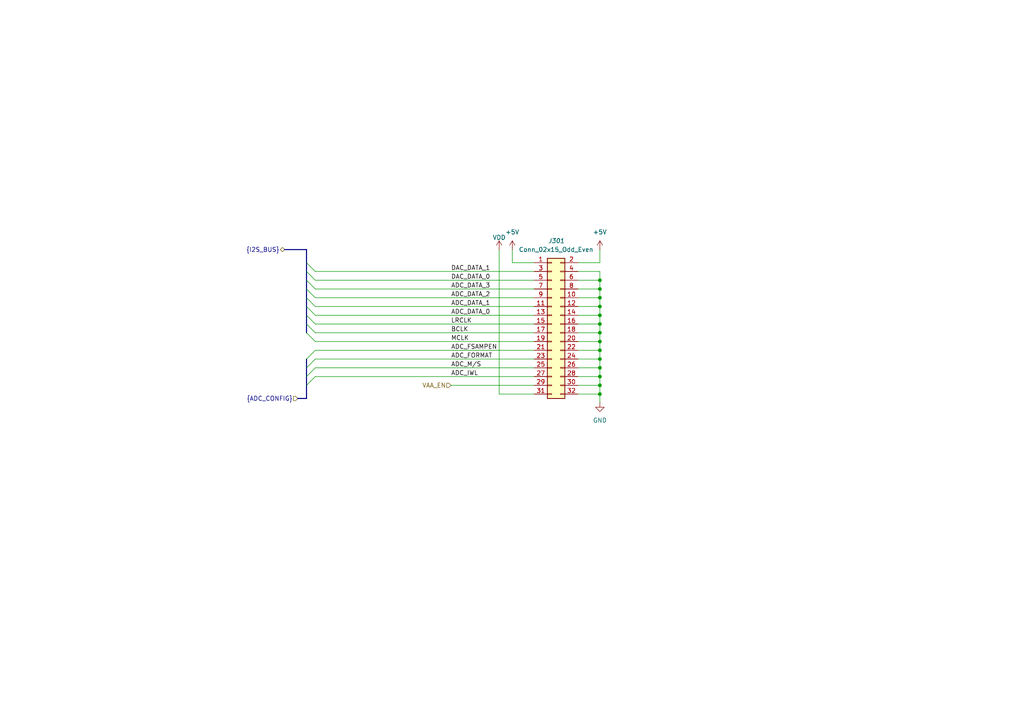
<source format=kicad_sch>
(kicad_sch (version 20231120) (generator "eeschema") (generator_version "8.0")
  (paper "A4")
  (lib_symbols
    (symbol "Connector_Generic:Conn_02x16_Odd_Even" (pin_names (offset 1.016) hide)
      (property "Reference" "J" (at 1.27 20.32 0))
      (property "Value" "Conn_02x16_Odd_Even" (at 1.27 -22.86 0))
      (symbol "Conn_02x16_Odd_Even_1_1"
        (rectangle (start -1.27 -20.193) (end 0 -20.447) (stroke (width 0.1524)))
        (rectangle (start -1.27 -17.653) (end 0 -17.907) (stroke (width 0.1524)))
        (rectangle (start -1.27 -15.113) (end 0 -15.367) (stroke (width 0.1524)))
        (rectangle (start -1.27 -12.573) (end 0 -12.827) (stroke (width 0.1524)))
        (rectangle (start -1.27 -10.033) (end 0 -10.287) (stroke (width 0.1524)))
        (rectangle (start -1.27 -7.493) (end 0 -7.747) (stroke (width 0.1524)))
        (rectangle (start -1.27 -4.953) (end 0 -5.207) (stroke (width 0.1524)))
        (rectangle (start -1.27 -2.413) (end 0 -2.667) (stroke (width 0.1524)))
        (rectangle (start -1.27 0.127) (end 0 -0.127) (stroke (width 0.1524)))
        (rectangle (start -1.27 2.667) (end 0 2.413) (stroke (width 0.1524)))
        (rectangle (start -1.27 5.207) (end 0 4.953) (stroke (width 0.1524)))
        (rectangle (start -1.27 7.747) (end 0 7.493) (stroke (width 0.1524)))
        (rectangle (start -1.27 10.287) (end 0 10.033) (stroke (width 0.1524)))
        (rectangle (start -1.27 12.827) (end 0 12.573) (stroke (width 0.1524)))
        (rectangle (start -1.27 15.367) (end 0 15.113) (stroke (width 0.1524)))
        (rectangle (start -1.27 17.907) (end 0 17.653) (stroke (width 0.1524)))
        (rectangle (start -1.27 19.05) (end 3.81 -21.59) (stroke (width 0.254)) (fill (type background)))
        (rectangle (start 3.81 -20.193) (end 2.54 -20.447) (stroke (width 0.1524)))
        (rectangle (start 3.81 -17.653) (end 2.54 -17.907) (stroke (width 0.1524)))
        (rectangle (start 3.81 -15.113) (end 2.54 -15.367) (stroke (width 0.1524)))
        (rectangle (start 3.81 -12.573) (end 2.54 -12.827) (stroke (width 0.1524)))
        (rectangle (start 3.81 -10.033) (end 2.54 -10.287) (stroke (width 0.1524)))
        (rectangle (start 3.81 -7.493) (end 2.54 -7.747) (stroke (width 0.1524)))
        (rectangle (start 3.81 -4.953) (end 2.54 -5.207) (stroke (width 0.1524)))
        (rectangle (start 3.81 -2.413) (end 2.54 -2.667) (stroke (width 0.1524)))
        (rectangle (start 3.81 0.127) (end 2.54 -0.127) (stroke (width 0.1524)))
        (rectangle (start 3.81 2.667) (end 2.54 2.413) (stroke (width 0.1524)))
        (rectangle (start 3.81 5.207) (end 2.54 4.953) (stroke (width 0.1524)))
        (rectangle (start 3.81 7.747) (end 2.54 7.493) (stroke (width 0.1524)))
        (rectangle (start 3.81 10.287) (end 2.54 10.033) (stroke (width 0.1524)))
        (rectangle (start 3.81 12.827) (end 2.54 12.573) (stroke (width 0.1524)))
        (rectangle (start 3.81 15.367) (end 2.54 15.113) (stroke (width 0.1524)))
        (rectangle (start 3.81 17.907) (end 2.54 17.653) (stroke (width 0.1524)))
        (pin passive line (at -5.08 17.78 0) (length 3.81) (name "Pin_1") (number "1"))
        (pin passive line (at 7.62 7.62 180) (length 3.81) (name "Pin_10") (number "10"))
        (pin passive line (at -5.08 5.08 0) (length 3.81) (name "Pin_11") (number "11"))
        (pin passive line (at 7.62 5.08 180) (length 3.81) (name "Pin_12") (number "12"))
        (pin passive line (at -5.08 2.54 0) (length 3.81) (name "Pin_13") (number "13"))
        (pin passive line (at 7.62 2.54 180) (length 3.81) (name "Pin_14") (number "14"))
        (pin passive line (at -5.08 0 0) (length 3.81) (name "Pin_15") (number "15"))
        (pin passive line (at 7.62 0 180) (length 3.81) (name "Pin_16") (number "16"))
        (pin passive line (at -5.08 -2.54 0) (length 3.81) (name "Pin_17") (number "17"))
        (pin passive line (at 7.62 -2.54 180) (length 3.81) (name "Pin_18") (number "18"))
        (pin passive line (at -5.08 -5.08 0) (length 3.81) (name "Pin_19") (number "19"))
        (pin passive line (at 7.62 17.78 180) (length 3.81) (name "Pin_2") (number "2"))
        (pin passive line (at 7.62 -5.08 180) (length 3.81) (name "Pin_20") (number "20"))
        (pin passive line (at -5.08 -7.62 0) (length 3.81) (name "Pin_21") (number "21"))
        (pin passive line (at 7.62 -7.62 180) (length 3.81) (name "Pin_22") (number "22"))
        (pin passive line (at -5.08 -10.16 0) (length 3.81) (name "Pin_23") (number "23"))
        (pin passive line (at 7.62 -10.16 180) (length 3.81) (name "Pin_24") (number "24"))
        (pin passive line (at -5.08 -12.7 0) (length 3.81) (name "Pin_25") (number "25"))
        (pin passive line (at 7.62 -12.7 180) (length 3.81) (name "Pin_26") (number "26"))
        (pin passive line (at -5.08 -15.24 0) (length 3.81) (name "Pin_27") (number "27"))
        (pin passive line (at 7.62 -15.24 180) (length 3.81) (name "Pin_28") (number "28"))
        (pin passive line (at -5.08 -17.78 0) (length 3.81) (name "Pin_29") (number "29"))
        (pin passive line (at -5.08 15.24 0) (length 3.81) (name "Pin_3") (number "3"))
        (pin passive line (at 7.62 -17.78 180) (length 3.81) (name "Pin_30") (number "30"))
        (pin passive line (at -5.08 -20.32 0) (length 3.81) (name "Pin_31") (number "31"))
        (pin passive line (at 7.62 -20.32 180) (length 3.81) (name "Pin_32") (number "32"))
        (pin passive line (at 7.62 15.24 180) (length 3.81) (name "Pin_4") (number "4"))
        (pin passive line (at -5.08 12.7 0) (length 3.81) (name "Pin_5") (number "5"))
        (pin passive line (at 7.62 12.7 180) (length 3.81) (name "Pin_6") (number "6"))
        (pin passive line (at -5.08 10.16 0) (length 3.81) (name "Pin_7") (number "7"))
        (pin passive line (at 7.62 10.16 180) (length 3.81) (name "Pin_8") (number "8"))
        (pin passive line (at -5.08 7.62 0) (length 3.81) (name "Pin_9") (number "9"))
      )
    )
    (symbol "power:+5V" (power) (pin_numbers hide) (pin_names (offset 0) hide)
      (property "Value" "+5V" (at 0 3.556 0))
      (symbol "+5V_0_1"
        (polyline (pts (xy -0.762 1.27) (xy 0 2.54)))
        (polyline (pts (xy 0 0) (xy 0 2.54)))
        (polyline (pts (xy 0 2.54) (xy 0.762 1.27)))
      )
      (symbol "+5V_1_1"
        (pin power_in line (at 0 0 90) (length 0) (name "~") (number "1"))
      )
    )
    (symbol "power:GND" (power) (pin_numbers hide) (pin_names (offset 0) hide)
      (property "Value" "GND" (at 0 -3.81 0))
      (symbol "GND_0_1"
        (polyline (pts (xy 0 0) (xy 0 -1.27) (xy 1.27 -1.27) (xy 0 -2.54) (xy -1.27 -1.27) (xy 0 -1.27)))
      )
      (symbol "GND_1_1"
        (pin power_in line (at 0 0 270) (length 0) (name "~") (number "1"))
      )
    )
    (symbol "power:VDD" (power) (pin_numbers hide) (pin_names (offset 0) hide)
      (property "Value" "VDD" (at 0 3.556 0))
      (symbol "VDD_0_1"
        (polyline (pts (xy -0.762 1.27) (xy 0 2.54)))
        (polyline (pts (xy 0 0) (xy 0 2.54)))
        (polyline (pts (xy 0 2.54) (xy 0.762 1.27)))
      )
      (symbol "VDD_1_1"
        (pin power_in line (at 0 0 90) (length 0) (name "~") (number "1"))
      )
    )
  )
  (junction (at 173.99 111.76))
  (junction (at 173.99 86.36))
  (junction (at 173.99 81.28))
  (junction (at 173.99 109.22))
  (junction (at 173.99 114.3))
  (junction (at 173.99 93.98))
  (junction (at 173.99 96.52))
  (junction (at 173.99 83.82))
  (junction (at 173.99 88.9))
  (junction (at 173.99 91.44))
  (junction (at 173.99 99.06))
  (junction (at 173.99 104.14))
  (junction (at 173.99 106.68))
  (junction (at 173.99 101.6))
  (bus_entry (at 88.9 93.98) (size 2.54 2.54))
  (bus_entry (at 88.9 111.76) (size 2.54 -2.54))
  (bus_entry (at 88.9 96.52) (size 2.54 2.54))
  (bus_entry (at 88.9 91.44) (size 2.54 2.54))
  (bus_entry (at 88.9 86.36) (size 2.54 2.54))
  (bus_entry (at 88.9 81.28) (size 2.54 2.54))
  (bus_entry (at 88.9 88.9) (size 2.54 2.54))
  (bus_entry (at 88.9 104.14) (size 2.54 -2.54))
  (bus_entry (at 88.9 109.22) (size 2.54 -2.54))
  (bus_entry (at 88.9 78.74) (size 2.54 2.54))
  (bus_entry (at 88.9 76.2) (size 2.54 2.54))
  (bus_entry (at 88.9 106.68) (size 2.54 -2.54))
  (bus_entry (at 88.9 83.82) (size 2.54 2.54))
  (bus (pts (xy 88.9 86.36) (xy 88.9 88.9)))
  (wire (pts (xy 173.99 86.36) (xy 173.99 88.9)))
  (wire (pts (xy 173.99 106.68) (xy 173.99 109.22)))
  (bus (pts (xy 88.9 76.2) (xy 88.9 72.39)))
  (wire (pts (xy 173.99 111.76) (xy 173.99 114.3)))
  (wire (pts (xy 173.99 72.39) (xy 173.99 76.2)))
  (wire (pts (xy 91.44 78.74) (xy 154.94 78.74)))
  (wire (pts (xy 167.64 91.44) (xy 173.99 91.44)))
  (bus (pts (xy 88.9 111.76) (xy 88.9 115.57)))
  (bus (pts (xy 88.9 76.2) (xy 88.9 78.74)))
  (wire (pts (xy 173.99 91.44) (xy 173.99 93.98)))
  (bus (pts (xy 88.9 109.22) (xy 88.9 111.76)))
  (wire (pts (xy 173.99 96.52) (xy 173.99 99.06)))
  (wire (pts (xy 167.64 109.22) (xy 173.99 109.22)))
  (wire (pts (xy 173.99 81.28) (xy 173.99 83.82)))
  (wire (pts (xy 91.44 88.9) (xy 154.94 88.9)))
  (wire (pts (xy 144.78 114.3) (xy 154.94 114.3)))
  (wire (pts (xy 173.99 93.98) (xy 173.99 96.52)))
  (wire (pts (xy 173.99 114.3) (xy 173.99 116.84)))
  (wire (pts (xy 91.44 104.14) (xy 154.94 104.14)))
  (wire (pts (xy 167.64 104.14) (xy 173.99 104.14)))
  (bus (pts (xy 88.9 91.44) (xy 88.9 93.98)))
  (wire (pts (xy 91.44 109.22) (xy 154.94 109.22)))
  (wire (pts (xy 173.99 83.82) (xy 173.99 86.36)))
  (wire (pts (xy 91.44 101.6) (xy 154.94 101.6)))
  (wire (pts (xy 173.99 101.6) (xy 173.99 104.14)))
  (wire (pts (xy 144.78 72.39) (xy 144.78 114.3)))
  (wire (pts (xy 167.64 106.68) (xy 173.99 106.68)))
  (wire (pts (xy 167.64 111.76) (xy 173.99 111.76)))
  (wire (pts (xy 167.64 76.2) (xy 173.99 76.2)))
  (wire (pts (xy 167.64 86.36) (xy 173.99 86.36)))
  (wire (pts (xy 91.44 83.82) (xy 154.94 83.82)))
  (wire (pts (xy 91.44 91.44) (xy 154.94 91.44)))
  (wire (pts (xy 173.99 104.14) (xy 173.99 106.68)))
  (wire (pts (xy 148.59 72.39) (xy 148.59 76.2)))
  (wire (pts (xy 167.64 93.98) (xy 173.99 93.98)))
  (wire (pts (xy 91.44 81.28) (xy 154.94 81.28)))
  (wire (pts (xy 91.44 106.68) (xy 154.94 106.68)))
  (wire (pts (xy 130.81 111.76) (xy 154.94 111.76)))
  (wire (pts (xy 154.94 76.2) (xy 148.59 76.2)))
  (wire (pts (xy 167.64 114.3) (xy 173.99 114.3)))
  (wire (pts (xy 173.99 78.74) (xy 173.99 81.28)))
  (bus (pts (xy 88.9 83.82) (xy 88.9 86.36)))
  (wire (pts (xy 91.44 86.36) (xy 154.94 86.36)))
  (bus (pts (xy 88.9 104.14) (xy 88.9 106.68)))
  (wire (pts (xy 167.64 78.74) (xy 173.99 78.74)))
  (wire (pts (xy 167.64 88.9) (xy 173.99 88.9)))
  (bus (pts (xy 88.9 78.74) (xy 88.9 81.28)))
  (wire (pts (xy 91.44 93.98) (xy 154.94 93.98)))
  (wire (pts (xy 173.99 109.22) (xy 173.99 111.76)))
  (wire (pts (xy 167.64 99.06) (xy 173.99 99.06)))
  (wire (pts (xy 91.44 96.52) (xy 154.94 96.52)))
  (bus (pts (xy 82.55 72.39) (xy 88.9 72.39)))
  (wire (pts (xy 173.99 99.06) (xy 173.99 101.6)))
  (wire (pts (xy 167.64 83.82) (xy 173.99 83.82)))
  (wire (pts (xy 91.44 99.06) (xy 154.94 99.06)))
  (wire (pts (xy 173.99 88.9) (xy 173.99 91.44)))
  (bus (pts (xy 88.9 93.98) (xy 88.9 96.52)))
  (wire (pts (xy 167.64 81.28) (xy 173.99 81.28)))
  (bus (pts (xy 88.9 88.9) (xy 88.9 91.44)))
  (wire (pts (xy 167.64 96.52) (xy 173.99 96.52)))
  (wire (pts (xy 167.64 101.6) (xy 173.99 101.6)))
  (bus (pts (xy 88.9 81.28) (xy 88.9 83.82)))
  (bus (pts (xy 86.36 115.57) (xy 88.9 115.57)))
  (bus (pts (xy 88.9 106.68) (xy 88.9 109.22)))
  (label "ADC_DATA_0" (at 130.81 91.44 0))
  (label "ADC_IWL" (at 130.81 109.22 0))
  (label "DAC_DATA_1" (at 130.81 78.74 0))
  (label "ADC_FORMAT" (at 130.81 104.14 0))
  (label "ADC_DATA_1" (at 130.81 88.9 0))
  (label "DAC_DATA_0" (at 130.81 81.28 0))
  (label "BCLK" (at 130.81 96.52 0))
  (label "ADC_DATA_3" (at 130.81 83.82 0))
  (label "ADC_DATA_2" (at 130.81 86.36 0))
  (label "MCLK" (at 130.81 99.06 0))
  (label "ADC_M{slash}S" (at 130.81 106.68 0))
  (label "ADC_FSAMPEN" (at 130.81 101.6 0))
  (label "LRCLK" (at 130.81 93.98 0))
  (hierarchical_label "{I2S_BUS}" (shape bidirectional) (at 82.55 72.39 180))
  (hierarchical_label "VAA_EN" (shape input) (at 130.81 111.76 180))
  (hierarchical_label "{ADC_CONFIG}" (shape input) (at 86.36 115.57 180))
  (symbol (lib_id "power:VDD") (at 144.78 72.39 0) (unit 1)
    (property "Reference" "#PWR0301" (effects (hide yes)))
    (property "Value" "VDD" (at 144.78 68.8881 0))
    (property "Description" "Power symbol creates a global label with name \"VDD\"" (effects (hide yes)))
  )
  (symbol (lib_id "power:GND") (at 173.99 116.84 0) (unit 1)
    (property "Reference" "#PWR0304" (effects (hide yes)))
    (property "Value" "GND" (at 173.99 121.92 0))
    (property "Description" "Power symbol creates a global label with name \"GND\" , ground" (effects (hide yes)))
  )
  (symbol (lib_id "power:+5V") (at 173.99 72.39 0) (unit 1)
    (property "Reference" "#PWR0303" (effects (hide yes)))
    (property "Value" "+5V" (at 173.99 67.31 0))
    (property "Description" "Power symbol creates a global label with name \"+5V\"" (effects (hide yes)))
  )
  (symbol (lib_id "power:+5V") (at 148.59 72.39 0) (unit 1)
    (property "Reference" "#PWR0302" (effects (hide yes)))
    (property "Value" "+5V" (at 148.59 67.31 0))
    (property "Description" "Power symbol creates a global label with name \"+5V\"" (effects (hide yes)))
  )
  (symbol (lib_id "Connector_Generic:Conn_02x16_Odd_Even") (at 160.02 93.98 0) (unit 1)
    (property "Reference" "J301" (at 161.29 69.85 0) (effects (font (italic yes))))
    (property "Value" "Conn_02x15_Odd_Even" (at 161.29 72.39 0))
    (property "Footprint" "Connector_PinSocket_2.54mm:PinSocket_2x16_P2.54mm_Horizontal" (effects (hide yes)))
    (property "Description" "Generic connector, double row, 02x16, odd/even pin numbering scheme (row 1 odd numbers, row 2 even numbers), script generated (kicad-library-utils/schlib/autogen/connector/)" (effects (hide yes)))
  )
)
</source>
